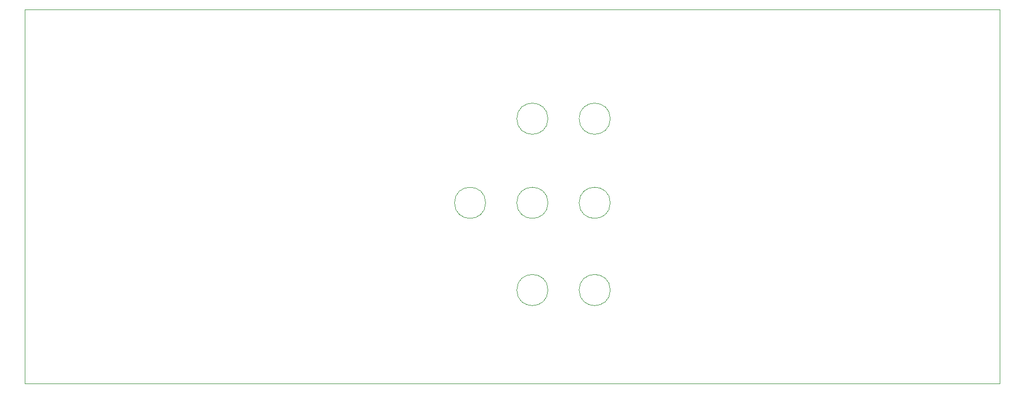
<source format=gbr>
%TF.GenerationSoftware,KiCad,Pcbnew,(5.1.6)-1*%
%TF.CreationDate,2020-12-26T12:13:23-05:00*%
%TF.ProjectId,fuente_smps_250w,6675656e-7465-45f7-936d-70735f323530,rev?*%
%TF.SameCoordinates,Original*%
%TF.FileFunction,Profile,NP*%
%FSLAX46Y46*%
G04 Gerber Fmt 4.6, Leading zero omitted, Abs format (unit mm)*
G04 Created by KiCad (PCBNEW (5.1.6)-1) date 2020-12-26 12:13:23*
%MOMM*%
%LPD*%
G01*
G04 APERTURE LIST*
%TA.AperFunction,Profile*%
%ADD10C,0.050000*%
%TD*%
G04 APERTURE END LIST*
D10*
X135000000Y-96000000D02*
G75*
G03*
X135000000Y-96000000I-2500000J0D01*
G01*
X155000000Y-96000000D02*
G75*
G03*
X155000000Y-96000000I-2500000J0D01*
G01*
X145000000Y-96000000D02*
G75*
G03*
X145000000Y-96000000I-2500000J0D01*
G01*
X155000000Y-110000000D02*
G75*
G03*
X155000000Y-110000000I-2500000J0D01*
G01*
X145000000Y-110000000D02*
G75*
G03*
X145000000Y-110000000I-2500000J0D01*
G01*
X155000000Y-82500000D02*
G75*
G03*
X155000000Y-82500000I-2500000J0D01*
G01*
X145000000Y-82500000D02*
G75*
G03*
X145000000Y-82500000I-2500000J0D01*
G01*
X61000000Y-65000000D02*
X217500000Y-65000000D01*
X61000000Y-125000000D02*
X61000000Y-65000000D01*
X217500000Y-125000000D02*
X61000000Y-125000000D01*
X217500000Y-65000000D02*
X217500000Y-125000000D01*
M02*

</source>
